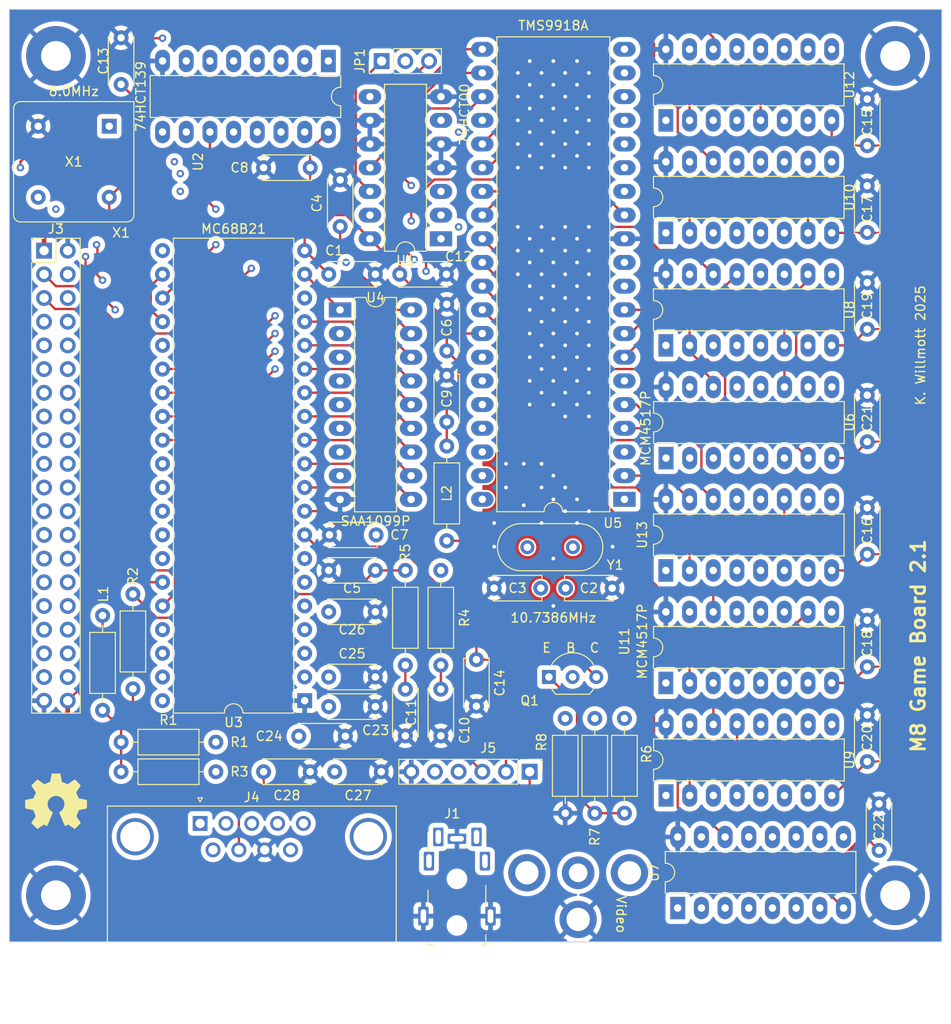
<source format=kicad_pcb>
(kicad_pcb (version 20240108) (generator "pcbnew") (generator_version "8.0")
  (title_block (date "2024-10-15"))
  (layers (0 "F.Cu" signal) (1 "In1.Cu" signal) (2 "In2.Cu" signal) (31 "B.Cu" signal) (34 "B.Paste" user) (35 "F.Paste" user) (36 "B.SilkS" user "B.Silkscreen") (37 "F.SilkS" user "F.Silkscreen") (38 "B.Mask" user) (39 "F.Mask" user) (44 "Edge.Cuts" user))
  (net 0 "")
  (net 1 "/AD7")
  (net 2 "/AD6")
  (net 3 "/AD5")
  (net 4 "/AD4")
  (net 5 "/AD3")
  (net 6 "/AD2")
  (net 7 "/AD1")
  (net 8 "/AD0")
  (net 9 "/RAS*")
  (net 10 "/CAS*")
  (net 11 "/Q7")
  (net 12 "/D0")
  (net 13 "/D1")
  (net 14 "GND")
  (net 15 "VDD")
  (net 16 "/D2")
  (net 17 "/D3")
  (net 18 "/D4")
  (net 19 "/D5")
  (net 20 "/D6")
  (net 21 "/Q6")
  (net 22 "/D7")
  (net 23 "/Q5")
  (net 24 "/Q4")
  (net 25 "/Q3")
  (net 26 "/Q2")
  (net 27 "/Q1")
  (net 28 "/Q0")
  (net 29 "/E")
  (net 30 "Net-(U5-XTAL1)")
  (net 31 "Net-(U5-XTAL2)")
  (net 32 "Net-(Q1-E)")
  (net 33 "Net-(U4-OUTL)")
  (net 34 "Net-(U4-OUTR)")
  (net 35 "/bus/A0")
  (net 36 "Net-(U4-Iref)")
  (net 37 "/~{IO}")
  (net 38 "/A3")
  (net 39 "/bus/RES")
  (net 40 "/A2")
  (net 41 "/bus/A1")
  (net 42 "COMVID")
  (net 43 "/B3")
  (net 44 "/B5")
  (net 45 "/B7")
  (net 46 "/B2")
  (net 47 "/R{slash}W*")
  (net 66 "/B1")
  (net 67 "INT*")
  (net 68 "Net-(Q1-C)")
  (net 69 "/B6")
  (net 70 "/B0")
  (net 71 "/B4")
  (net 72 "/R{slash}~{W}")
  (net 73 "/A4")
  (net 74 "~{PIAS}")
  (net 75 "Net-(U4-CLK)")
  (net 76 "/bus/A4")
  (net 77 "/~{VDPS}")
  (net 78 "Net-(JP1-B)")
  (net 79 "/Joystick/R")
  (net 80 "/Joystick/D")
  (net 81 "/Joystick/U")
  (net 82 "/Joystick/F")
  (net 83 "/Joystick/L")
  (net 84 "/Joystick/CA1")
  (net 85 "/Joystick/PA5")
  (net 86 "/Joystick/PA7")
  (net 87 "/Joystick/PA6")
  (net 88 "Net-(U4-VCC)")
  (net 89 "Net-(C10-Pad1)")
  (net 90 "Net-(C11-Pad1)")
  (net 93 "Net-(J2-In)")
  (net 114 "Net-(U2B-A1)")
  (net 119 "Net-(U2A-O2)")
  (net 121 "Net-(U2A-O3)")
  (net 123 "Net-(U3-CA2)")
  (net 124 "Net-(U3-CB1)")
  (net 125 "Net-(U3-CB2)")
  (footprint "Package_DIP:DIP-18_W7.62mm_LongPads" (layer "F.Cu") (at 110.465 82.23)
    (property "Reference" "U4")
    (property "Value" "SAA1099P")
  )
  (footprint "Library:RCA jack" (layer "F.Cu") (at 136 147.585 -90)
    (property "Reference" "J2")
    (property "Value" "Video Out")
  )
  (footprint "MountingHole:MountingHole_3.2mm_M3_Pad" (layer "F.Cu") (at 170 55)
    (property "Reference" "H4" (hide yes))
    (property "Value" "MountingHole_Pad" (hide yes))
  )
  (footprint "Capacitor_THT:C_Disc_D5.0mm_W2.5mm_P5.00mm" (layer "F.Cu") (at 107.265 66.98 180)
    (property "Reference" "C8")
    (property "Value" "100nF")
  )
  (footprint "Capacitor_THT:C_Disc_D5.0mm_W2.5mm_P5.00mm" (layer "F.Cu") (at 106.035 127.94)
    (property "Reference" "C24")
    (property "Value" "1000pF")
  )
  (footprint "Capacitor_THT:C_Disc_D5.0mm_W2.5mm_P5.00mm" (layer "F.Cu") (at 102.265 131.75)
    (property "Reference" "C28")
    (property "Value" "100nF")
  )
  (footprint "Connector_Dsub:DSUB-9_Male_Horizontal_P2.77x2.84mm_EdgePinOffset9.90mm_Housed_MountingHolesOffset11.32mm" (layer "F.Cu") (at 95.46 137.292)
    (property "Reference" "J4")
    (property "Value" "DE9_Plug")
  )
  (footprint "Capacitor_THT:C_Disc_D5.0mm_W2.5mm_P5.00mm" (layer "F.Cu") (at 167 130.66 90)
    (property "Reference" "C20")
    (property "Value" "110n")
  )
  (footprint "Capacitor_THT:C_Disc_D5.0mm_W2.5mm_P5.00mm" (layer "F.Cu") (at 114.25 110.16 180)
    (property "Reference" "C5")
    (property "Value" "15nF")
  )
  (footprint "Package_DIP:DIP-16_W7.62mm_LongPads" (layer "F.Cu") (at 145.405 86.0375 90)
    (property "Reference" "U8")
    (property "Value" "MCM4517P")
  )
  (footprint "Capacitor_THT:C_Disc_D5.0mm_W2.5mm_P5.00mm" (layer "F.Cu") (at 121.275 122.9 -90)
    (property "Reference" "C10")
    (property "Value" "15nF")
  )
  (footprint "Capacitor_THT:C_Disc_D5.0mm_W2.5mm_P5.00mm" (layer "F.Cu") (at 167 64.62 90)
    (property "Reference" "C15")
    (property "Value" "100n")
  )
  (footprint "Capacitor_THT:C_Disc_D5.0mm_W2.5mm_P5.00mm" (layer "F.Cu") (at 109.25 114.605)
    (property "Reference" "C26")
    (property "Value" "1000pF")
  )
  (footprint "MountingHole:MountingHole_3.2mm_M3_Pad" (layer "F.Cu") (at 170 145)
    (property "Reference" "H2" (hide yes))
    (property "Value" "MountingHole_Pad" (hide yes))
  )
  (footprint "Resistor_THT:R_Axial_DIN0207_L6.3mm_D2.5mm_P10.16mm_Horizontal" (layer "F.Cu") (at 134.61 126.035 -90)
    (property "Reference" "R8")
    (property "Value" "330R")
  )
  (footprint "Capacitor_THT:C_Disc_D5.0mm_W2.5mm_P5.00mm" (layer "F.Cu") (at 110.48 73.29 90)
    (property "Reference" "C4")
    (property "Value" "10uF")
  )
  (footprint "Connector_PinHeader_2.54mm:PinHeader_1x06_P2.54mm_Vertical" (layer "F.Cu") (at 130.8 131.75 -90)
    (property "Reference" "J5")
    (property "Value" "Conn_01x06_Pin")
  )
  (footprint "Capacitor_THT:C_Disc_D5.0mm_W2.5mm_P5.00mm" (layer "F.Cu") (at 114.33 106.35 180)
    (property "Reference" "C7")
    (property "Value" "15nF")
  )
  (footprint "Capacitor_THT:C_Disc_D5.0mm_W2.5mm_P5.00mm" (layer "F.Cu") (at 121.91 86.625 90)
    (property "Reference" "C6")
    (property "Value" "100nF")
  )
  (footprint "Package_DIP:DIP-16_W7.62mm_LongPads" (layer "F.Cu") (at 145.42 134.2975 90)
    (property "Reference" "U9")
    (property "Value" "MCM4517P")
  )
  (footprint "Resistor_THT:R_Axial_DIN0207_L6.3mm_D2.5mm_P10.16mm_Horizontal" (layer "F.Cu") (at 117.465 120.32 90)
    (property "Reference" "R5")
    (property "Value" "1.5k")
  )
  (footprint "Capacitor_THT:C_Disc_D5.0mm_W2.5mm_P5.00mm" (layer "F.Cu") (at 134.65 112.065)
    (property "Reference" "C2")
    (property "Value" "30pF")
  )
  (footprint "Package_DIP:DIP-40_W15.24mm" (layer "F.Cu") (at 106.67 124.13 180)
    (property "Reference" "U3")
    (property "Value" "MC68B21")
  )
  (footprint "Package_DIP:DIP-14_W7.62mm_LongPads" (layer "F.Cu") (at 121.29 74.605 180)
    (property "Reference" "U1")
    (property "Value" "74HCT00")
  )
  (footprint "Package_DIP:DIP-16_W7.62mm_LongPads" (layer "F.Cu") (at 146.675 146.3625 90)
    (property "Reference" "U7")
    (property "Value" "MCM4517P")
  )
  (footprint "Resistor_THT:R_Axial_DIN0207_L6.3mm_D2.5mm_P10.16mm_Horizontal" (layer "F.Cu") (at 121.91 96.825 -90)
    (property "Reference" "L2")
    (property "Value" "10uH")
  )
  (footprint "Package_DIP:DIP-40_W15.24mm_LongPads" (layer "F.Cu") (at 140.96 102.54 180)
    (property "Reference" "U5")
    (property "Value" "TMS9918A")
  )
  (footprint "Capacitor_THT:C_Disc_D5.0mm_W2.5mm_P5.00mm" (layer "F.Cu") (at 121.91 94.245 90)
    (property "Reference" "C9")
    (property "Value" "10uF")
  )
  (footprint "Capacitor_THT:C_Disc_D5.0mm_W2.5mm_P5.00mm" (layer "F.Cu") (at 167 84.305 90)
    (property "Reference" "C19")
    (property "Value" "100n")
  )
  (footprint "Package_DIP:DIP-16_W7.62mm_LongPads" (layer "F.Cu") (at 109.21 55.535 -90)
    (property "Reference" "U2")
    (property "Value" "74HCT139")
  )
  (footprint "Package_DIP:DIP-16_W7.62mm_LongPads" (layer "F.Cu") (at 145.405 61.9075 90)
    (property "Reference" "U12")
    (property "Value" "MCM4517P")
  )
  (footprint "Capacitor_THT:C_Disc_D5.0mm_W2.5mm_P5.00mm" (layer "F.Cu") (at 167 120.5 90)
    (property "Reference" "C18")
    (property "Value" "100n")
  )
  (footprint "Resistor_THT:R_Axial_DIN0207_L6.3mm_D2.5mm_P10.16mm_Horizontal" (layer "F.Cu") (at 121.275 120.32 90)
    (property "Reference" "R4")
    (property "Value" "1.5k")
  )
  (footprint "Resistor_THT:R_Axial_DIN0207_L6.3mm_D2.5mm_P10.16mm_Horizontal" (layer "F.Cu") (at 85 115 -90)
    (property "Reference" "L1")
    (property "Value" "10uH")
  )
  (footprint "Capacitor_THT:C_Disc_D5.0mm_W2.5mm_P5.00mm" (layer "F.Cu") (at 109.25 124.765)
    (property "Reference" "C23")
    (property "Value" "1000pF")
  )
  (footprint "Capacitor_THT:C_Disc_D5.0mm_W2.5mm_P5.00mm" (layer "F.Cu") (at 116.87 78.41)
    (property "Reference" "C12")
    (property "Value" "100nF")
  )
  (footprint "Capacitor_THT:C_Disc_D5.0mm_W2.5mm_P5.00mm" (layer "F.Cu") (at 131.99 112.065 180)
    (property "Reference" "C3")
    (property "Value" "30pF")
  )
  (footprint "Capacitor_THT:C_Disc_D5.0mm_W2.5mm_P5.00mm" (layer "F.Cu") (at 167 96.37 90)
    (property "Reference" "C21")
    (property "Value" "100n")
  )
  (footprint "Resistor_THT:R_Axial_DIN0207_L6.3mm_D2.5mm_P10.16mm_Horizontal" (layer "F.Cu") (at 86.985 131.75)
    (property "Reference" "R3")
    (property "Value" "1.5k")
  )
  (footprint "Resistor_THT:R_Axial_DIN0207_L6.3mm_D2.5mm_P10.16mm_Horizontal" (layer "F.Cu") (at 88.255 122.86 90)
    (property "Reference" "R2")
    (property "Value" "1.5k")
  )
  (footprint "Resistor_THT:R_Axial_DIN0207_L6.3mm_D2.5mm_P10.16mm_Horizontal" (layer "F.Cu") (at 137.785 126.035 -90)
    (property "Reference" "R7")
    (property "Value" "33R")
  )
  (footprint "MountingHole:MountingHole_3.2mm_M3_Pad" (layer "F.Cu") (at 80 145)
    (property "Reference" "H3" (hide yes))
    (property "Value" "MountingHole_Pad" (hide yes))
  )
  (footprint "Resistor_THT:R_Axial_DIN0207_L6.3mm_D2.5mm_P10.16mm_Horizontal" (layer "F.Cu") (at 140.96 126.035 -90)
    (property "Reference" "R6")
    (property "Value" "10k")
  )
  (footprint "Capacitor_THT:C_Disc_D5.0mm_W2.5mm_P5.00mm" (layer "F.Cu") (at 167 108.435 90)
    (property "Reference" "C16")
    (property "Value" "100n")
  )
  (footprint "Connector_PinHeader_2.54mm:PinHeader_1x03_P2.54mm_Vertical" (layer "F.Cu") (at 114.925 55.55 90)
    (property "Reference" "JP1")
    (property "Value" "Jumper_3_Bridged12" (hide yes))
  )
  (footprint "Capacitor_THT:C_Disc_D5.0mm_W2.5mm_P5.00mm" (layer "F.Cu") (at 109.25 78.41)
    (property "Reference" "C1")
    (property "Value" "100nF")
  )
  (footprint "Capacitor_THT:C_Disc_D5.0mm_W2.5mm_P5.00mm" (layer "F.Cu") (at 109.885 131.75)
    (property "Reference" "C27")
    (property "Value" "1000pF")
  )
  (footprint "Resistor_THT:R_Axial_DIN0207_L6.3mm_D2.5mm_P10.16mm_Horizontal" (layer "F.Cu") (at 86.985 128.575)
    (property "Reference" "R1")
    (property "Value" "10k")
  )
  (footprint "MountingHole:MountingHole_3.2mm_M3_Pad" (layer "F.Cu") (at 80 55)
    (property "Reference" "H1" (hide yes))
    (property "Value" "MountingHole_Pad" (hide yes))
  )
  (footprint "Package_DIP:DIP-16_W7.62mm_LongPads" (layer "F.Cu") (at 145.405 110.1675 90)
    (property "Reference" "U13")
    (property "Value" "MCM4517P")
  )
  (footprint "Oscillator:Oscillator_DIP-8" (layer "F.Cu") (at 85.715 62.535 180)
    (property "Reference" "X1")
    (property "Value" "8.0MHz")
  )
  (footprint "Package_DIP:DIP-16_W7.62mm_LongPads" (layer "F.Cu") (at 145.405 122.2325 90)
    (property "Reference" "U11")
    (property "Value" "MCM4517P")
  )
  (footprint "Package_DIP:DIP-16_W7.62mm_LongPads" (layer "F.Cu") (at 145.405 73.9725 90)
    (property "Reference" "U10")
    (property "Value" "MCM4517P")
  )
  (footprint "Library:Jack_3.5mm_CUI_SJ3-350113A-SMT_Horizontal" (layer "F.Cu") (at 123 144.235 180)
    (property "Reference" "J1")
    (property "Value" "AudioJack3_Ground_SwitchTR" (hide yes))
  )
  (footprint "Capacitor_THT:C_Disc_D5.0mm_W2.5mm_P5.00mm" (layer "F.Cu") (at 117.465 122.9 -90)
    (property "Reference" "C11")
    (property "Value" "15nF")
  )
  (footprint "Symbol:OSHW-Symbol_6.7x6mm_SilkScreen" (layer "F.Cu") (at 80 134.925)
    (property "Reference" "REF**" (hide yes))
    (property "Value" "OSHW-Symbol_6.7x6mm_SilkScreen" (hide yes))
  )
  (footprint "Crystal:Crystal_HC49-U_Vertical" (layer "F.Cu") (at 135.435 107.675 180)
    (property "Reference" "Y1")
    (property "Value" "10.7386MHz")
  )
  (footprint "Connector_PinHeader_2.54mm:PinHeader_2x20_P2.54mm_Vertical" (layer "F.Cu") (at 78.725 75.875)
    (property "Reference" "J3")
    (property "Value" "Conn_02x20_Odd_Even" (hide yes))
  )
  (footprint "Capacitor_THT:C_Disc_D5.0mm_W2.5mm_P5.00mm" (layer "F.Cu") (at 109.25 121.59)
    (property "Reference" "C25")
    (property "Value" "1000pF")
  )
  (footprint "Capacitor_THT:C_Disc_D5.0mm_W2.5mm_P5.00mm" (layer "F.Cu") (at 168.265 140.185 90)
    (property "Reference" "C22")
    (property "Value" "100n")
  )
  (footprint "Capacitor_THT:C_Disc_D5.0mm_W2.5mm_P5.00mm" (layer "F.Cu") (at 125.085 119.725 -90)
    (property "Reference" "C14")
    (property "Value" "10uF")
  )
  (footprint "Capacitor_THT:C_Disc_D5.0mm_W2.5mm_P5.00mm" (layer "F.Cu") (at 86.985 58.05 90)
    (property "Reference" "C13")
    (property "Value" "100nF")
  )
  (footprint "Package_DIP:DIP-16_W7.62mm_LongPads" (layer "F.Cu") (at 145.42 98.1175 90)
    (property "Reference" "U6")
    (property "Value" "MCM4517P")
  )
  (footprint "Capacitor_THT:C_Disc_D5.0mm_W2.5mm_P5.00mm" (layer "F.Cu") (at 166.995 73.925 90)
    (property "Reference" "C17")
    (property "Value" "100n")
  )
  (footprint "Package_TO_SOT_THT:TO-92_Inline_Wide" (layer "F.Cu") (at 132.862005 121.59)
    (property "Reference" "Q1")
    (property "Value" "2N2222A")
  )
  (gr_line (start 76.19 73.33) (end 76.19 126.67) (stroke (width 1)) (layer "F.Cu") (net 15))
  (gr_rect (start 75 50) (end 175 150) (stroke (width 0.1)) (fill none) (layer "Edge.Cuts"))
  (gr_text "C" (at 137.15 119.05 0) (layer "F.SilkS") (effects (font (size 1 1)) (justify left bottom)))
  (gr_text "M8 Game Board 2.1" (at 173.345 129.845 90) (layer "F.SilkS") (effects (font (size 1.5 1.5) (thickness 0.3) (bold yes)) (justify left bottom)))
  (gr_text "E" (at 132.07 119.05 0) (layer "F.SilkS") (effects (font (size 1 1)) (justify left bottom)))
  (gr_text "K. Willmott 2025" (at 172.71 86.03 90) (layer "F.SilkS") (effects (font (size 1 1))))
  (gr_text "B" (at 134.61 119.05 0) (layer "F.SilkS") (effects (font (size 1 1)) (justify left bottom)))
  (gr_text "Video" (at 140.605 147.045 -90) (layer "F.SilkS") (effects (font (size 1 1))))
  (segment (start 147.945 60.0025) (end 148.5875 59.36) (width 0.25) (layer "F.Cu") (net 1))
  (segment (start 148.5875 59.36) (end 154.8925 59.36) (width 0.25) (layer "F.Cu") (net 1))
  (segment (start 155.565 60.0325) (end 155.565 61.9375) (width 0.25) (layer "F.Cu") (net 1))
  (segment (start 147.945 61.9375) (end 147.945 60.0025) (width 0.25) (layer "F.Cu") (net 1))
  (segment (start 154.8925 59.36) (end 155.565 60.0325) (width 0.25) (layer "F.Cu") (net 1))
  (segment (start 148.5575 71.425) (end 160.0025 71.425) (width 0.25) (layer "F.Cu") (net 2))
  (segment (start 157.4625 94.92) (end 160.66 98.1175) (width 0.25) (layer "F.Cu") (net 2))
  (segment (start 140.96 94.92) (end 140.965 94.925) (width 0.25) (layer "F.Cu") (net 2))
  (segment (start 147.945 73.9725) (end 147.945 72.0375) (width 0.25) (layer "F.Cu") (net 2))
  (segment (start 160.645 72.0675) (end 160.645 73.9725) (width 0.25) (layer "F.Cu") (net 2))
  (segment (start 140.96 94.92) (end 157.4625 94.92) (width 0.25) (layer "F.Cu") (net 2))
  (segment (start 160.0025 71.425) (end 160.645 72.0675) (width 0.25) (layer "F.Cu") (net 2))
  (segment (start 147.945 72.0375) (end 148.5575 71.425) (width 0.25) (layer "F.Cu") (net 2))
  (segment (start 156.82 82.8475) (end 158.105 84.1325) (width 0.25) (layer "F.Cu") (net 3))
  (segment (start 142.865 93.0225) (end 150.326609 93.0225) (width 0.25) (layer "F.Cu") (net 3))
  (segment (start 140.96 92.38) (end 142.245 92.38) (width 0.25) (layer "F.Cu") (net 3))
  (segment (start 149.35875 82.8475) (end 156.82 82.8475) (width 0.25) (layer "F.Cu") (net 3))
  (segment (start 149.85 87.56202) (end 148.83452 87.56202) (width 0.25) (layer "F.Cu") (net 3))
  (segment (start 151.755 89.46702) (end 149.85 87.56202) (width 0.25) (layer "F.Cu") (net 3))
  (segment (start 158.105 84.1325) (end 158.105 86.0375) (width 0.25) (layer "F.Cu") (net 3))
  (segment (start 147.945 86.6725) (end 147.945 86.0375) (width 0.25) (layer "F.Cu") (net 3))
  (segment (start 147.945 86.0375) (end 147.945 84.26125) (width 0.25) (layer "F.Cu") (net 3))
  (segment (start 142.245 92.38) (end 142.885 93.02) (width 0.25) (layer "F.Cu") (net 3))
  (segment (start 148.83452 87.56202) (end 147.945 86.6725) (width 0.25) (layer "F.Cu") (net 3))
  (segment (start 151.755 91.594109) (end 151.755 89.46702) (width 0.25) (layer "F.Cu") (net 3))
  (segment (start 150.326609 93.0225) (end 151.755 91.594109) (width 0.25) (layer "F.Cu") (net 3))
  (segment (start 147.945 84.26125) (end 149.35875 82.8475) (width 0.25) (layer "F.Cu") (net 3))
  (segment (start 156.82 106.3425) (end 158.105 105.0575) (width 0.25) (layer "F.Cu") (net 5))
  (segment (start 147.945 108.2325) (end 149.835 106.3425) (width 0.25) (layer "F.Cu") (net 5))
  (segment (start 146.65 81.61) (end 140.96 87.3) (width 0.25) (layer "F.Cu") (net 5))
  (segment (start 158.12 90.4975) (end 158.12 88.555) (width 0.25) (layer "F.Cu") (net 5))
  (segment (start 146.65 81.5925) (end 146.65 81.61) (width 0.25) (layer "F.Cu") (net 5))
  (segment (start 158.105 81.5925) (end 146.65 81.5925) (width 0.25) (layer "F.Cu") (net 5))
  (segment (start 147.945 110.1675) (end 147.945 108.2325) (width 0.25) (layer "F.Cu") (net 5))
  (segment (start 158.105 105.0575) (end 158.105 102.5475) (width 0.25) (layer "F.Cu") (net 5))
  (segment (start 149.835 106.3425) (end 156.82 106.3425) (width 0.25) (layer "F.Cu") (net 5))
  (segment (start 159.375 87.3) (end 159.375 82.8625) (width 0.25) (layer "F.Cu") (net 5))
  (segment (start 158.12 88.555) (end 159.375 87.3) (width 0.25) (layer "F.Cu") (net 5))
  (segment (start 159.375 82.8625) (end 158.105 81.5925) (width 0.25) (layer "F.Cu") (net 5))
  (segment (start 147.945 120.2975) (end 150.47 117.7725) (width 0.25) (layer "F.Cu") (net 6))
  (segment (start 158.74 80.9575) (end 160.645 79.0525) (width 0.25) (layer "F.Cu") (net 6))
  (segment (start 145.405 80.9575) (end 158.74 80.9575) (width 0.25) (layer "F.Cu") (net 6))
  (segment (start 160.645 79.0525) (end 160.645 78.4175) (width 0.25) (layer "F.Cu") (net 6))
  (segment (start 150.47 117.7725) (end 157.485 117.7725) (width 0.25) (layer "F.Cu") (net 6))
  (segment (start 157.485 117.7725) (end 160.645 114.6125) (width 0.25) (layer "F.Cu") (net 6))
  (segment (start 140.96 84.76) (end 141.62 84.76) (width 0.25) (layer "F.Cu") (net 6))
  (segment (start 141.6025 84.76) (end 140.96 84.76) (width 0.25) (layer "F.Cu") (net 6))
  (segment (start 145.405 80.9575) (end 141.6025 84.76) (width 0.25) (layer "F.Cu") (net 6))
  (segment (start 147.945 122.2325) (end 147.945 120.2975) (width 0.25) (layer "F.Cu") (net 6))
  (segment (start 147.96 132.3775) (end 149.85 130.4875) (width 0.25) (layer "F.Cu") (net 7))
  (segment (start 149.85 130.4875) (end 151.755 130.4875) (width 0.25) (layer "F.Cu") (net 7))
  (segment (start 142.87 82.2225) (end 144.77 80.3225) (width 0.25) (layer "F.Cu") (net 7))
  (segment (start 147.96 134.3125) (end 147.96 132.3775) (width 0.25) (layer "F.Cu") (net 7))
  (segment (start 153.04 129.2025) (end 153.04 126.6925) (width 0.25) (layer "F.Cu") (net 7))
  (segment (start 140.96 82.22) (end 142.89 82.22) (width 0.25) (layer "F.Cu") (net 7))
  (segment (start 151.12 80.3225) (end 153.025 78.4175) (width 0.25) (layer "F.Cu") (net 7))
  (segment (start 151.755 130.4875) (end 153.04 129.2025) (width 0.25) (layer "F.Cu") (net 7))
  (segment (start 144.77 80.3225) (end 151.12 80.3225) (width 0.25) (layer "F.Cu") (net 7))
  (segment (start 140.96 79.68) (end 140.955 79.685) (width 0.25) (layer "F.Cu") (net 8))
  (segment (start 142.86 100.0025) (end 142.8625 100) (width 0.25) (layer "F.Cu") (net 10))
  (segment (start 145.3975 100) (end 147.945 102.5475) (width 0.25) (layer "F.Cu") (net 10))
  (segment (start 140.96 100) (end 142.88 100) (width 0.25) (layer "F.Cu") (net 10))
  (segment (start 142.8625 100) (end 145.3975 100) (width 0.25) (layer "F.Cu") (net 10))
  (segment (start 150.485 53.01) (end 149.215 51.74) (width 0.25) (layer "F.Cu") (net 11))
  (segment (start 150.485 54.2875) (end 150.485 53.01) (width 0.25) (layer "F.Cu") (net 11))
  (segment (start 127.625 62.535) (end 125.72 64.44) (width 0.25) (layer "F.Cu") (net 11))
  (segment (start 149.215 51.74) (end 129.53 51.74) (width 0.25) (layer "F.Cu") (net 11))
  (segment (start 129.53 51.74) (end 127.625 53.645) (width 0.25) (layer "F.Cu") (net 11))
  (segment (start 127.625 53.645) (end 127.625 62.535) (width 0.25) (layer "F.Cu") (net 11))
  (segment (start 81.265 78.415) (end 81.275 78.415) (width 0.25) (layer "F.Cu") (net 12))
  (segment (start 81.265 80.955) (end 81.275 80.955) (width 0.25) (layer "F.Cu") (net 13))
  (segment (start 76.19 66.345) (end 76.19 66.98) (width 0.25) (layer "F.Cu") (net 13))
  (segment (start 89.435 53.1) (end 76.19 66.345) (width 0.25) (layer "F.Cu") (net 13))
  (segment (start 91.43 53.1) (end 89.435 53.1) (width 0.25) (layer "F.Cu") (net 13))
  (via (at 76.19 66.98) (size 0.8) (drill 0.4) (layers "F.Cu" "B.Cu") (net 13))
  (via (at 91.43 53.1) (size 0.8) (drill 0.4) (layers "F.Cu" "B.Cu") (net 13))
  (via (at 135.88 105.08) (size 0.8) (drill 0.4) (layers "F.Cu" "B.Cu") (net 14))
  (via (at 126.99 107.62) (size 0.8) (drill 0.4) (layers "F.Cu" "B.Cu") (net 14))
  (via (at 130.165 98.73) (size 0.8) (drill 0.4) (layers "F.Cu" "B.Cu") (net 14))
  (via (at 137.15 61.9) (size 0.8) (drill 0.4) (layers "F.Cu" "B.Cu") (net 14))
  (via (at 137.15 86.03) (size 0.8) (drill 0.4) (layers "F.Cu" "B.Cu") (net 14))
  (via (at 129.53 66.98) (size 0.8) (drill 0.4) (layers "F.Cu" "B.Cu") (net 14))
  (via (at 135.88 74.6) (size 0.8) (drill 0.4) (layers "F.Cu" "B.Cu") (net 14))
  (via (at 128.26 101.27) (size 0.8) (drill 0.4) (layers "F.Cu" "B.Cu") (net 14))
  (via (at 133.34 108.89) (size 0.8) (drill 0.4) (layers "F.Cu" "B.Cu") (net 14))
  (via (at 135.88 77.14) (size 0.8) (drill 0.4) (layers "F.Cu" "B.Cu") (net 14))
  (via (at 137.15 103.81) (size 0.8) (drill 0.4) (layers "F.Cu" "B.Cu") (net 14))
  (via (at 135.88 102.54) (size 0.8) (drill 0.4) (layers "F.Cu" "B.Cu") (net 14))
  (via (at 137.15 56.82) (size 0.8) (drill 0.4) (layers "F.Cu" "B.Cu") (net 14))
  (via (at 132.07 75.87) (size 0.8) (drill 0.4) (layers "F.Cu" "B.Cu") (net 14))
  (via (at 135.88 87.3) (size 0.8) (drill 0.4) (layers "F.Cu" "B.Cu") (net 14))
  (via (at 132.07 98.73) (size 0.8) (drill 0.4) (layers "F.Cu" "B.Cu") (net 14))
  (via (at 133.34 63.17) (size 0.8) (drill 0.4) (layers "F.Cu" "B.Cu") (net 14))
  (via (at 135.88 55.55) (size 0.8) (drill 0.4) (layers "F.Cu" "B.Cu") (net 14))
  (via (at 134.61 91.11) (size 0.8) (drill 0.4) (layers "F.Cu" "B.Cu") (net 14))
  (via (at 134.61 59.36) (size 0.8) (drill 0.4) (layers "F.Cu" "B.Cu") (net 14))
  (via (at 132.07 56.82) (size 0.8) (drill 0.4) (layers "F.Cu" "B.Cu") (net 14))
  (via (at 135.88 79.68) (size 0.8) (drill 0.4) (layers "F.Cu" "B.Cu") (net 14))
  (via (at 133.34 84.76) (size 0.8) (drill 0.4) (layers "F.Cu" "B.Cu") (net 14))
  (via (at 130.8 82.22) (size 0.8) (drill 0.4) (layers "F.Cu" "B.Cu") (net 14))
  (via (at 132.07 61.9) (size 0.8) (drill 0.4) (layers "F.Cu" "B.Cu") (net 14))
  (via (at 134.61 66.98) (size 0.8) (drill 0.4) (layers "F.Cu" "B.Cu") (net 14))
  (via (at 133.34 102.54) (size 0.8) (drill 0.4) (layers "F.Cu" "B.Cu") (net 14))
  (via (at 137.15 93.65) (size 0.8) (drill 0.4) (layers "F.Cu" "B.Cu") (net 14))
  (via (at 135.88 82.22) (size 0.8) (drill 0.4) (layers "F.Cu" "B.Cu") (net 14))
  (via (at 137.15 64.44) (size 0.8) (drill 0.4) (layers "F.Cu" "B.Cu") (net 14))
  (via (at 130.8 63.17) (size 0.8) (drill 0.4) (layers "F.Cu" "B.Cu") (net 14))
  (via (at 135.88 58.09) (size 0.8) (drill 0.4) (layers "F.Cu" "B.Cu") (net 14))
  (via (at 133.34 58.09) (size 0.8) (drill 0.4) (layers "F.Cu" "B.Cu") (net 14))
  (via (at 132.07 83.49) (size 0.8) (drill 0.4) (layers "F.Cu" "B.Cu") (net 14))
  (via (at 135.88 89.84) (size 0.8) (drill 0.4) (layers "F.Cu" "B.Cu") (net 14))
  (via (at 129.53 75.87) (size 0.8) (drill 0.4) (layers "F.Cu" "B.Cu") (net 14))
  (via (at 135.88 65.71) (size 0.8) (drill 0.4) (layers "F.Cu" "B.Cu") (net 14))
  (via (at 139.69 107.62) (size 0.8) (drill 0.4) (layers "F.Cu" "B.Cu") (net 14))
  (via (at 129.53 61.9) (size 0.8) (drill 0.4) (layers "F.Cu" "B.Cu") (net 14))
  (via (at 135.88 84.76) (size 0.8) (drill 0.4) (layers "F.Cu" "B.Cu") (net 14))
  (via (at 137.15 83.49) (size 0.8) (drill 0.4) (layers "F.Cu" "B.Cu") (net 14))
  (via (at 137.15 80.95) (size 0.8) (drill 0.4) (layers "F.Cu" "B.Cu") (net 14))
  (via (at 130.8 65.71) (size 0.8) (drill 0.4) (layers "F.Cu" "B.Cu") (net 14))
  (via (at 134.61 88.57) (size 0.8) (drill 0.4) (layers "F.Cu" "B.Cu") (net 14))
  (via (at 129.53 78.41) (size 0.8) (drill 0.4) (layers "F.Cu" "B.Cu") (net 14))
  (via (at 134.61 93.65) (size 0.8) (drill 0.4) (layers "F.Cu" "B.Cu") (net 14))
  (via (at 133.34 65.71) (size 0.8) (drill 0.4) (layers "F.Cu" "B.Cu") (net 14))
  (via (at 130.8 74.6) (size 0.8) (drill 0.4) (layers "F.Cu" "B.Cu") (net 14))
  (via (at 135.88 92.38) (size 0.8) (drill 0.4) (layers "F.Cu" "B.Cu") (net 14))
  (via (at 133.34 87.3) (size 0.8) (drill 0.4) (layers "F.Cu" "B.Cu") (net 14))
  (via (at 133.34 100) (size 0.8) (drill 0.4) (layers "F.Cu" "B.Cu") (net 14))
  (via (at 134.61 64.44) (size 0.8) (drill 0.4) (layers "F.Cu" "B.Cu") (net 14))
  (via (at 133.34 74.6) (size 0.8) (drill 0.4) (layers "F.Cu" "B.Cu") (net 14))
  (via (at 134.61 101.27) (size 0.8) (drill 0.4) (layers "F.Cu" "B.Cu") (net 14))
  (via (at 133.34 89.84) (size 0.8) (drill 0.4) (layers "F.Cu" "B.Cu") (net 14))
  (via (at 132.07 64.44) (size 0.8) (drill 0.4) (layers "F.Cu" "B.Cu") (net 14))
  (via (at 134.61 80.95) (size 0.8) (drill 0.4) (layers "F.Cu" "B.Cu") (net 14))
  (via (at 126.99 105.08) (size 0.8) (drill 0.4) (layers "F.Cu" "B.Cu") (net 14))
  (via (at 128.26 98.73) (size 0.8) (drill 0.4) (layers "F.Cu" "B.Cu") (net 14))
  (via (at 137.15 66.98) (size 0.8) (drill 0.4) (layers "F.Cu" "B.Cu") (net 14))
  (via (at 129.53 73.33) (size 0.8) (drill 0.4) (layers "F.Cu" "B.Cu") (net 14))
  (via (at 132.07 98.73) (size 0.8) (drill 0.4) (layers "F.Cu" "B.Cu") (net 14))
  (via (at 130.8 84.76) (size 0.8) (drill 0.4) (layers "F.Cu" "B.Cu") (net 14))
  (via (at 137.15 91.11) (size 0.8) (drill 0.4) (layers "F.Cu" "B.Cu") (net 14))
  (via (at 129.53 59.36) (size 0.8) (drill 0.4) (layers "F.Cu" "B.Cu") (net 14))
  (via (at 130.8 79.68) (size 0.8) (drill 0.4) (layers "F.Cu" "B.Cu") (net 14))
  (via (at 132.07 78.41) (size 0.8) (drill 0.4) (layers "F.Cu" "B.Cu") (net 14))
  (via (at 130.8 87.3) (size 0.8) (drill 0.4) (layers "F.Cu" "B.Cu") (net 14))
  (via (at 135.88 63.17) (size 0.8) (drill 0.4) (layers "F.Cu" "B.Cu") (net 14))
  (via (at 130.8 58.09) (size 0.8) (drill 0.4) (layers "F.Cu" "B.Cu") (net 14))
  (via (at 134.61 78.41) (size 0.8) (drill 0.4) (layers "F.Cu" "B.Cu") (net 14))
  (via (at 132.07 86.03) (size 0.8) (drill 0.4) (layers "F.Cu" "B.Cu") (net 14))
  (via (at 130.8 55.55) (size 0.8) (drill 0.4) (layers "F.Cu" "B.Cu") (net 14))
  (via (at 133.34 60.63) (size 0.8) (drill 0.4) (layers "F.Cu" "B.Cu") (net 14))
  (via (at 130.8 60.63) (size 0.8) (drill 0.4) (layers "F.Cu" "B.Cu") (net 14))
  (via (at 132.07 91.11) (size 0.8) (drill 0.4) (layers "F.Cu" "B.Cu") (net 14))
  (via (at 133.34 55.55) (size 0.8) (drill 0.4) (layers "F.Cu" "B.Cu") (net 14))
  (via (at 134.61 75.87) (size 0.8) (drill 0.4) (layers "F.Cu" "B.Cu") (net 14))
  (via (at 130.8 92.38) (size 0.8) (drill 0.4) (layers "F.Cu" "B.Cu") (net 14))
  (via (at 133.34 113.97) (size 0.8) (drill 0.4) (layers "F.Cu" "B.Cu") (net 14))
  (via (at 137.15 88.57) (size 0.8) (drill 0.4) (layers "F.Cu" "B.Cu") (net 14))
  (via (at 130.8 89.84) (size 0.8) (drill 0.4) (layers "F.Cu" "B.Cu") (net 14))
  (via (at 134.61 61.9) (size 0.8) (drill 0.4) (layers "F.Cu" "B.Cu") (net 14))
  (via (at 132.07 80.95) (size 0.8) (drill 0.4) (layers "F.Cu" "B.Cu") (net 14))
  (via (at 132.07 101.27) (size 0.8) (drill 0.4) (layers "F.Cu" "B.Cu") (net 14))
  (via (at 137.15 59.36) (size 0.8) (drill 0.4) (layers "F.Cu" "B.Cu") (net 14))
  (via (at 132.07 73.33) (size 0.8) (drill 0.4) (layers "F.Cu" "B.Cu") (net 14))
  (via (at 133.34 92.38) (size 0.8) (drill 0.4) (layers "F.Cu" "B.Cu") (net 14))
  (via (at 134.61 86.03) (size 0.8) (drill 0.4) (layers "F.Cu" "B.Cu") (net 14))
  (via (at 132.07 88.57) (size 0.8) (drill 0.4) (layers "F.Cu" "B.Cu") (net 14))
  (via (at 137.15 75.87) (size 0.8) (drill 0.4) (layers "F.Cu" "B.Cu") (net 14))
  (via (at 129.53 56.82) (size 0.8) (drill 0.4) (layers "F.Cu" "B.Cu") (net 14))
  (via (at 133.34 77.14) (size 0.8) (drill 0.4) (layers "F.Cu" "B.Cu") (net 14))
  (via (at 130.165 103.175) (size 0.8) (drill 0.4) (layers "F.Cu" "B.Cu") (net 14))
  (via (at 137.15 78.41) (size 0.8) (drill 0.4) (layers "F.Cu" "B.Cu") (net 14))
  (via (at 132.07 66.98) (size 0.8) (drill 0.4) (layers "F.Cu" "B.Cu") (net 14))
  (via (at 134.61 83.49) (size 0.8) (drill 0.4) (layers "F.Cu" "B.Cu") (net 14))
  (via (at 133.34 82.22) (size 0.8) (drill 0.4) (layers "F.Cu" "B.Cu") (net 14))
  (via (at 135.88 60.63) (size 0.8) (drill 0.4) (layers "F.Cu" "B.Cu") (net 14))
  (via (at 129.53 64.44) (size 0.8) (drill 0.4) (layers "F.Cu" "B.Cu") (net 14))
  (via (at 134.61 103.81) (size 0.8) (drill 0.4) (layers "F.Cu" "B.Cu") (net 14))
  (via (at 134.61 73.33) (size 0.8) (drill 0.4) (layers "F.Cu" "B.Cu") (net 14))
  (via (at 137.15 73.33) (size 0.8) (drill 0.4) (layers "F.Cu" "B.Cu") (net 14))
  (via (at 130.8 77.14) (size 0.8) (drill 0.4) (layers "F.Cu" "B.Cu") (net 14))
  (via (at 132.07 105.08) (size 0.8) (drill 0.4) (layers "F.Cu" "B.Cu") (net 14))
  (via (at 133.34 79.68) (size 0.8) (drill 0.4) (layers "F.Cu" "B.Cu") (net 14))
  (via (at 132.07 59.36) (size 0.8) (drill 0.4) (layers "F.Cu" "B.Cu") (net 14))
  (via (at 134.61 56.82) (size 0.8) (drill 0.4) (layers "F.Cu" "B.Cu") (net 14))
  (segment (start 85.715 73.33) (end 89.525 73.33) (width 1) (layer "F.Cu") (net 15))
  (segment (start 116.195 75.87) (end 114.935 75.87) (width 0.25) (layer "F.Cu") (net 15))
  (segment (start 76.19 126.67) (end 80 126.67) (width 0.5) (layer "F.Cu") (net 15))
  (segment (start 169.99 64.62) (end 170.17 64.44) (width 0.25) (layer "F.Cu") (net 15))
  (segment (start 169.99 84.305) (end 170.17 84.125) (width 0.25) (layer "F.Cu") (net 15))
  (segment (start 165.2675 122.2325) (end 167 120.5) (width 0.25) (layer "F.Cu") (net 15))
  (segment (start 76.19 130.19) (end 76.19 126.67) (width 1) (layer "F.Cu") (net 15))
  (segment (start 130.8 134.29) (end 130.165 134.925) (width 0.25) (layer "F.Cu") (net 15))
  (segment (start 123.18 87.895) (end 123.18 90.435) (width 0.25) (layer "F.Cu") (net 15))
  (segment (start 163.185 142.545) (end 166.995 138.735) (width 1) (layer "F.Cu") (net 15))
  (segment (start 99.615 134.995) (end 99.685 134.925) (width 0.25) (layer "F.Cu") (net 15))
  (segment (start 170.17 84.125) (end 170.17 73.965) (width 1) (layer "F.Cu") (net 15))
  (segment (start 85.715 70.155) (end 88.255 67.615) (width 0.25) (layer "F.Cu") (net 15))
  (segment (start 168.9 137.465) (end 170.17 136.195) (width 1) (layer "F.Cu") (net 15))
  (segment (start 170.17 73.965) (end 170.17 64.44) (width 1) (layer "F.Cu") (net 15))
  (segment (start 91.43 83.49) (end 90.16 82.22) (width 0.25) (layer "F.Cu") (net 15))
  (segment (start 85 120.4) (end 81.265 124.135) (width 0.25) (layer "F.Cu") (net 15))
  (segment (start 163.185 110.1675) (end 165.2675 110.1675) (width 0.25) (layer "F.Cu") (net 15))
  (segment (start 163.185 142.545) (end 146.675 142.545) (width 1) (layer "F.Cu") (net 15))
  (segment (start 89.525 73.33) (end 106.67 73.33) (width 1) (layer "F.Cu") (net 15))
  (segment (start 107.265 66.305) (end 107.265 65.1) (width 0.25) (layer "F.Cu") (net 15))
  (segment (start 164.455 146.3625) (end 163.185 145.0925) (width 0.25) (layer "F.Cu") (net 15))
  (segment (start 121.91 84.125) (end 121.91 86.625) (width 0.25) (layer "F.Cu") (net 15))
  (segment (start 165.2675 86.0375) (end 167 84.305) (width 0.25) (layer "F.Cu") (net 15))
  (segment (start 167 130.66) (end 169.99 130.66) (width 0.25) (layer "F.Cu") (net 15))
  (segment (start 123.18 90.435) (end 121.91 91.705) (width 0.25) (layer "F.Cu") (net 15))
  (segment (start 134.61 139.37) (end 130.165 134.925) (width 1) (layer "F.Cu") (net 15))
  (segment (start 169.99 120.5) (end 170.17 120.32) (width 0.25) (layer "F.Cu") (net 15))
  (segment (start 164 64.62) (end 167 64.62) (width 0.25) (layer "F.Cu") (net 15))
  (segment (start 114.935 75.87) (end 113.67 74.605) (width 0.25) (layer "F.Cu") (net 15))
  (segment (start 107.94 73.33) (end 108.575 73.33) (width 0.25) (layer "F.Cu") (net 15))
  (segment (start 168.265 140.185) (end 166.995 138.915) (width 0.25) (layer "F.Cu") (net 15))
  (segment (start 168.265 137.465) (end 168.9 137.465) (width 1) (layer "F.Cu") (net 15))
  (segment (start 167 120.5) (end 169.99 120.5) (width 0.25) (layer "F.Cu") (net 15))
  (segment (start 165.2525 98.1175) (end 167 96.37) (width 0.25) (layer "F.Cu") (net 15))
  (segment (start 106.67 73.33) (end 107.94 73.33) (width 1) (layer "F.Cu") (net 15))
  (segment (start 99.685 134.925) (end 80.925 134.925) (width 1) (layer "F.Cu") (net 15))
  (segment (start 170.17 96.19) (end 170.17 84.125) (width 1) (layer "F.Cu") (net 15))
  (segment (start 78.725 73.335) (end 78.73 73.33) (width 0.25) (layer "F.Cu") (net 15))
  (segment (start 163.2 98.1175) (end 165.2525 98.1175) (width 0.25) (layer "F.Cu") (net 15))
  (segment (start 163.185 86.0375) (end 165.2675 86.0375) (width 0.25) (layer "F.Cu") (net 15))
  (segment (start 78.73 73.33) (end 85.715 73.33) (width 1) (layer "F.Cu") (net 15))
  (segment (start 80 126.67) (end 81.265 125.405) (width 0.5) (layer "F.Cu") (net 15))
  (segment (start 102.225 134.925) (end 99.685 134.925) (width 1) (layer "F.Cu") (net 15))
  (segment (start 143.5 139.37) (end 134.61 139.37) (width 1) (layer "F.Cu") (net 15))
  (segment (start 107.265 68.29) (end 106.67 68.885) (width 0.25) (layer "F.Cu") (net 15))
  (segment (start 170.17 108.255) (end 170.17 96.19) (width 1) (layer "F.Cu") (net 15))
  (segment (start 76.19 73.33) (end 78.73 73.33) (width 1) (layer "F.Cu") (net 15))
  (segment (start 90.16 79.68) (end 91.43 78.41) (width 0.25) (layer "F.Cu") (net 15))
  (segment (start 163.3625 134.2975) (end 163.2 134.2975) (width 0.25) (layer "F.Cu") (net 15))
  (segment (start 99.615 140.132) (end 99.615 134.995) (width 0.25) (layer "F.Cu") (net 15))
  (segment (start 107.265 66.98) (end 107.265 68.29) (width 0.25) (layer "F.Cu") (net 15))
  (segment (start 85 115) (end 85 120.4) (width 0.25) (layer "F.Cu") (net 15))
  (segment (start 106.67 75.87) (end 106.67 73.33) (width 0.25) (layer "F.Cu") (net 15))
  (segment (start 88.255 67.615) (end 88.255 59.32) (width 0.25) (layer "F.Cu") (net 15))
  (segment (start 122.2475 83.7875) (end 121.91 84.125) (width 0.25) (layer "F.Cu") (net 15))
  (segment (start 163.185 61.9075) (end 163.185 63.805) (width 0.25) (layer "F.Cu") (net 15))
  (segment (start 113.67 74.605) (end 113.66 74.605) (width 0.25) (layer "F.Cu") (net 15))
  (segment (start 90.16 82.22) (end 90.16 79.68) (width 0.25) (layer "F.Cu") (net 15))
  (segment (start 81.265 125.405) (end 81.265 124.135) (width 0.5) (layer "F.Cu") (net 15))
  (segment (start 85.715 70.155) (end 85.715 73.33) (width 0.25) (layer "F.Cu") (net 15))
  (segment (start 80.925 134.925) (end 76.19 130.19) (width 1) (layer "F.Cu") (net 15))
  (segment (start 170.17 120.32) (end 170.17 108.255) (width 1) (layer "F.Cu") (net 15))
  (segment (start 167 84.305) (end 169.99 84.305) (width 0.25) (layer "F.Cu") (net 15))
  (segment (start 163.185 122.2325) (end 165.2675 122.2325) (width 0.25) (layer "F.Cu") (net 15))
  (segment (start 106.71 75.87) (end 106.67 75.87) (width 0.25) (layer "F.Cu") (net 15))
  (segment (start 78.725 75.875) (end 78.725 73.335) (width 0.5) (layer "F.Cu") (net 15))
  (segment (start 109.25 78.41) (end 106.71 75.87) (width 0.25) (layer "F.Cu") (net 15))
  (segment (start 121.91 86.625) (end 123.18 87.895) (width 0.25) (layer "F.Cu") (net 15))
  (segment (start 125.72 84.76) (end 123.22 84.76) (width 0.25) (layer "F.Cu") (net 15))
  (segment (start 163.185 145.0925) (end 163.185 142.545) (width 0.25) (layer "F.Cu") (net 15))
  (segment (start 163.185 73.9725) (end 170.1625 73.9725) (width 0.25) (layer "F.Cu") (net 15))
  (segment (start 146.675 142.545) (end 143.5 139.37) (width 1) (layer "F.Cu") (net 15))
  (segment (start 170.17 130.48) (end 170.17 120.32) (width 1) (layer "F.Cu") (net 15))
  (segment (start 107.265 65.1) (end 109.21 63.155) (width 0.25) (layer "F.Cu") (net 15))
  (segment (start 102.265 131.75) (end 102.265 134.885) (width 0.25) (layer "F.Cu") (net 15))
  (segment (start 116.87 76.545) (end 116.195 75.87) (width 0.25) (layer "F.Cu") (net 15))
  (segment (start 167 108.435) (end 169.99 108.435) (width 0.25) (layer "F.Cu") (net 15))
  (segment (start 166.995 138.735) (end 168.265 137.465) (width 1) (layer "F.Cu") (net 15))
  (segment (start 113.66 74.605) (end 111.115 72.06) (width 0.25) (layer "F.Cu") (net 15))
  (segment (start 170.1625 73.9725) (end 170.17 73.965) (width 0.25) (layer "F.Cu") (net 15))
  (segment (start 88.255 59.32) (end 86.985 58.05) (width 0.25) (layer "F.Cu") (net 15))
  (segment (start 116.87 78.41) (end 116.87 76.545) (width 0.25) (layer "F.Cu") (net 15))
  (segment (start 90.16 79.68) (end 89.525 79.045) (width 0.25) (layer "F.Cu") (net 15))
  (segment (start 106.67 68.885) (end 106.67 73.33) (width 0.25) (layer "F.Cu") (net 15))
  (segment (start 167 64.62) (end 169.99 64.62) (width 0.25) (layer "F.Cu") (net 15))
  (segment (start 169.99 96.37) (end 170.17 96.19) (width 0.25) (layer "F.Cu") (net 15))
  (segment (start 123.22 84.76) (end 116.87 78.41) (width 0.25) (layer "F.Cu") (net 15))
  (segment (start 166.995 138.915) (end 166.995 138.735) (width 0.25) (layer "F.Cu") (net 15))
  (segment (start 167 130.66) (end 163.3625 134.2975) (width 0.25) (layer "F.Cu") (net 15))
  (segment (start 130.8 131.75) (end 130.8 134.29) (width 0.25) (layer "F.Cu") (net 15))
  (segment (start 111.115 72.06) (end 109.845 72.06) (width 0.25) (layer "F.Cu") (net 15))
  (segment (start 108.575 73.33) (end 109.845 72.06) (width 0.25) (layer "F.Cu") (net 15))
  (segment (start 170.17 136.195) (end 170.17 130.48) (width 1) (layer "F.Cu") (net 15))
  (segment (start 130.165 134.925) (end 102.225 134.925) (width 1) (layer "F.Cu") (net 15))
  (segment (start 169.99 108.435) (end 170.17 108.255) (width 0.25) (layer "F.Cu") (net 15))
  (segment (start 163.185 63.805) (end 164 64.62) (width 0.25) (layer "F.Cu") (net 15))
  (segment (start 167 96.37) (end 169.99 96.37) (width 0.25) (layer "F.Cu") (net 15))
  (segment (start 102.265 134.885) (end 102.225 134.925) (width 0.25) (layer "F.Cu") (net 15))
  (segment (start 169.99 130.66) (end 170.17 130.48) (width 0.25) (layer "F.Cu") (net 15))
  (segment (start 165.2675 110.1675) (end 167 108.435) (width 0.25) (layer "F.Cu") (net 15))
  (segment (start 89.525 79.045) (end 89.525 73.33) (width 0.25) (layer "F.Cu") (net 15))
  (segment (start 121.91 91.705) (end 121.91 97.46) (width 0.25) (layer "F.Cu") (net 15))
  (segment (start 84.99 79.045) (end 84.445 78.5) (width 0.25) (layer "F.Cu") (net 16))
  (segment (start 84.445 78.5) (end 84.445 75.325) (width 0.25) (layer "F.Cu") (net 16))
  (segment (start 81.265 83.495) (end 81.275 83.495) (width 0.25) (layer "F.Cu") (net 16))
  (segment (start 84.445 75.325) (end 84.355 75.235) (width 0.25) (layer "F.Cu") (net 16))
  (via (at 84.99 79.045) (size 0.8) (drill 0.4) (layers "F.Cu" "B.Cu") (net 16))
  (via (at 84.355 75.235) (size 0.8) (drill 0.4) (layers "F.Cu" "B.Cu") (net 16))
  (segment (start 83.175 79.045) (end 86.35 82.22) (width 0.25) (layer "F.Cu") (net 17))
  (segment (start 83.175 76.505) (end 83.175 79.045) (width 0.25) (layer "F.Cu") (net 17))
  (segment (start 81.265 86.035) (end 81.275 86.035) (width 0.25) (layer "F.Cu") (net 17))
  (via (at 86.35 82.22) (size 0.8) (drill 0.4) (layers "F.Cu" "B.Cu") (net 17))
  (via (at 83.175 76.505) (size 0.8) (drill 0.4) (layers "F.Cu" "B.Cu") (net 17))
  (segment (start 81.265 88.575) (end 81.275 88.575) (width 0.25) (layer "F.Cu") (net 18))
  (segment (start 91.43 96.19) (end 95.875 96.19) (width 0.25) (layer "F.Cu") (net 18))
  (segment (start 116.195 61.265) (end 123.18 54.28) (width 0.25) (layer "F.Cu") (net 18))
  (segment (start 123.18 54.28) (end 125.72 54.28) (width 0.25) (layer "F.Cu") (net 18))
  (segment (start 95.875 96.19) (end 103.495 88.57) (width 0.25) (layer "F.Cu") (net 18))
  (segment (start 118.4175 76.8225) (end 116.195 74.6) (width 0.25) (layer "F.Cu") (net 18))
  (segment (start 116.195 74.6) (end 116.195 61.265) (width 0.25) (layer "F.Cu") (net 18))
  (via (at 103.495 88.57) (size 0.8) (drill 0.4) (layers "F.Cu" "B.Cu") (net 18))
  (via (at 118.4175 76.8225) (size 0.8) (drill 0.4) (layers "F.Cu" "B.Cu") (net 18))
  (segment (start 119.6875 76.1875) (end 116.83 73.33) (width 0.25) (layer "F.Cu") (net 19))
  (segment (start 116.83 61.83401) (end 121.84401 56.82) (width 0.25) (layer "F.Cu") (net 19))
  (segment (start 91.43 93.65) (end 96.51 93.65) (width 0.25) (layer "F.Cu") (net 19))
  (segment (start 119.6875 78.0925) (end 119.6875 76.1875) (width 0.25) (layer "F.Cu") (net 19))
  (segment (start 96.51 93.65) (end 103.495 86.665) (width 0.25) (layer "F.Cu") (net 19))
  (segment (start 116.83 73.33) (end 116.83 61.83401) (width 0.25) (layer "F.Cu") (net 19))
  (segment (start 121.84401 56.82) (end 125.72 56.82) (width 0.25) (layer "F.Cu") (net 19))
  (segment (start 81.265 91.115) (end 81.275 91.115) (width 0.25) (layer "F.Cu") (net 19))
  (via (at 119.6875 78.0925) (size 0.8) (drill 0.4) (layers "F.Cu" "B.Cu") (net 19))
  (via (at 103.495 86.665) (size 0.8) (drill 0.4) (layers "F.Cu" "B.Cu") (net 19))
  (segment (start 124.45 60.63) (end 125.72 59.36) (width 0.25) (layer "F.Cu") (net 20))
  (segment (start 91.43 91.11) (end 97.145 91.11) (width 0.25) (layer "F.Cu") (net 20))
  (segment (start 117.465 62.535) (end 119.37 60.63) (width 0.25) (layer "F.Cu") (net 20))
  (segment (start 117.465 68.25) (end 117.465 62.535) (width 0.25) (layer "F.Cu") (net 20))
  (segment (start 119.37 60.63) (end 124.45 60.63) (width 0.25) (layer "F.Cu") (net 20))
  (segment (start 97.145 91.11) (end 103.495 84.76) (width 0.25) (layer "F.Cu") (net 20))
  (segment (start 118.1 68.885) (end 117.465 68.25) (width 0.25) (layer "F.Cu") (net 20))
  (via (at 118.1 68.885) (size 0.8) (drill 0.4) (layers "F.Cu" "B.Cu") (net 20))
  (via (at 103.495 84.76) (size 0.8) (drill 0.4) (layers "F.Cu" "B.Cu") (net 20))
  (via (at 111.115 77.14) (size 0.8) (drill 0.4) (layers "F.Cu" "B.Cu") (net 20))
  (segment (start 144.135 53.645) (end 144.135 57.9875) (width 0.25) (layer "F.Cu") (net 21))
  (segment (start 125.725 66.985) (end 126.35 66.985) (width 0.25) (layer "F.Cu") (net 21))
  (segment (start 144.135 57.9875) (end 146.675 60.5275) (width 0.25) (layer "F.Cu") (net 21))
  (segment (start 126.35 66.985) (end 128.26 65.075) (width 0.25) (layer "F.Cu") (net 21))
  (segment (start 128.26 54.281396) (end 130.166396 52.375) (width 0.25) (layer "F.Cu") (net 21))
  (segment (start 142.865 52.375) (end 144.135 53.645) (width 0.25) (layer "F.Cu") (net 21))
  (segment (start 125.72 66.98) (end 125.725 66.985) (width 0.25) (layer "F.Cu") (net 21))
  (segment (start 128.26 65.075) (end 128.26 54.281396) (width 0.25) (layer "F.Cu") (net 21))
  (segment (start 147.945 64.44) (end 148.5725 64.44) (width 0.25) (layer "F.Cu") (net 21))
  (segment (start 130.166396 52.375) (end 142.865 52.375) (width 0.25) (layer "F.Cu") (net 21))
  (segment (start 146.675 63.17) (end 147.945 64.44) (width 0.25) (layer "F.Cu") (net 21))
  (segment (start 146.675 60.5275) (end 146.675 63.17) (width 0.25) (layer "F.Cu") (net 21))
  (segment (start 148.5725 64.44) (end 150.485 66.3525) (width 0.25) (layer "F.Cu") (net 21))
  (segment (start 91.43 88.57) (end 97.78 88.57) (width 0.25) (layer "F.Cu") (net 22))
  (segment (start 97.78 88.57) (end 103.495 82.855) (width 0.25) (layer "F.Cu") (net 22))
  (via (at 103.495 82.855) (size 0.8) (drill 0.4) (layers "F.Cu" "B.Cu") (net 22))
  (segment (start 139.69 73.33) (end 142.23 73.33) (width 0.25) (layer "F.Cu") (net 23))
  (segment (start 142.23 73.33) (end 144.775 75.875) (width 0.25) (layer "F.Cu") (net 23))
  (segment (start 125.72 69.52) (end 135.88 69.52) (width 0.25) (layer "F.Cu") (net 23))
  (segment (start 144.775 75.875) (end 147.9425 75.875) (width 0.25) (layer "F.Cu") (net 23))
  (segment (start 147.9425 75.875) (end 150.485 78.4175) (width 0.25) (layer "F.Cu") (net 23))
  (segment (start 135.88 69.52) (end 139.69 73.33) (width 0.25) (layer "F.Cu") (net 23))
  (segment (start 127.498 70.282) (end 125.72 72.06) (width 0.25) (layer "F.Cu") (net 24))
  (segment (start 139.055 73.457) (end 135.88 70.282) (width 0.25) (layer "F.Cu") (net 24))
  (segment (start 150.5 90.4975) (end 150.5 89.855) (width 0.25) (layer "F.Cu") (net 24))
  (segment (start 135.88 70.282) (end 127.498 70.282) (width 0.25) (layer "F.Cu") (net 24))
  (segment (start 149.215 88.57) (end 139.69 88.57) (width 0.25) (layer "F.Cu") (net 24))
  (segment (start 139.69 88.57) (end 139.055 87.935) (width 0.25) (layer "F.Cu") (net 24))
  (segment (start 139.055 87.935) (end 139.055 73.457) (width 0.25) (layer "F.Cu") (net 24))
  (segment (start 150.5 89.855) (end 149.215 88.57) (width 0.25) (layer "F.Cu") (net 24))
  (segment (start 130.8 94.285) (end 132.705 94.285) (width 0.25) (layer "F.Cu") (net 25))
  (segment (start 148.31349 96.19) (end 149.215 97.09151) (width 0.25) (layer "F.Cu") (net 25))
  (segment (start 129.53 79.679302) (end 129.53 93.015) (width 0.25) (layer "F.Cu") (net 25))
  (segment (start 127.752 77.901302) (end 129.53 79.679302) (width 0.25) (layer "F.Cu") (net 25))
  (segment (start 134.61 96.19) (end 148.31349 96.19) (width 0.25) (layer "F.Cu") (net 25))
  (segment (start 149.215 97.09151) (end 149.215 101.2775) (width 0.25) (layer "F.Cu") (net 25))
  (segment (start 125.72 74.6) (end 127.752 76.632) (width 0.25) (layer "F.Cu") (net 25))
  (segment (start 129.53 93.015) (end 130.8 94.285) (width 0.25) (layer "F.Cu") (net 25))
  (segment (start 127.752 76.632) (end 127.752 77.901302) (width 0.25) (layer "F.Cu") (net 25))
  (segment (start 149.215 101.2775) (end 150.485 102.5475) (width 0.25) (layer "F.Cu") (net 25))
  (segment (start 132.705 94.285) (end 134.61 96.19) (width 0.25) (layer "F.Cu") (net 25))
  (segment (start 149.85 112.0725) (end 144.660978 112.0725) (width 0.25) (layer "F.Cu") (net 26))
  (segment (start 128.895 93.65) (end 128.895 80.315) (width 0.25) (layer "F.Cu") (net 26))
  (segment (start 132.059251 94.92) (end 130.165 94.92) (width 0.25) (layer "F.Cu") (net 26))
  (segment (start 130.165 94.92) (end 128.895 93.65) (width 0.25) (layer "F.Cu") (net 26))
  (segment (start 138.409251 101.27) (end 132.059251 94.92) (width 0.25) (layer "F.Cu") (net 26))
  (segment (start 128.895 80.315) (end 125.72 77.14) (width 0.25) (layer "F.Cu") (net 26))
  (segment (start 150.485 114.6125) (end 150.485 112.7075) (width 0.25) (layer "F.Cu") (net 26))
  (segment (start 150.485 112.7075) (end 149.85 112.0725) (width 0.25) (layer "F.Cu") (net 26))
  (segment (start 144.660978 112.0725) (end 143.5 110.911522) (width 0.25) (layer "F.Cu") (net 26))
  (segment (start 143.5 110.911522) (end 143.5 102.54) (width 0.25) (layer "F.Cu") (net 26))
  (segment (start 142.23 101.27) (end 138.409251 101.27) (width 0.25) (layer "F.Cu") (net 26))
  (segment (start 143.5 102.54) (end 142.23 101.27) (width 0.25) (layer "F.Cu") (net 26))
  (segment (start 144.135 124.1375) (end 142.865 122.8675) (width 0.25) (layer "F.Cu") (net 27))
  (segment (start 131.435698 95.555) (end 129.53 95.555) (width 0.25) (layer "F.Cu") (net 27))
  (segment (start 142.865 106.984302) (end 131.435698 95.555) (width 0.25) (layer "F.Cu") (net 27))
  (segment (start 150.5 126.6775) (end 150.5 124.7875) (width 0.25) (layer "F.Cu") (net 27))
  (segment (start 149.85 124.1375) (end 144.135 124.1375) (width 0.25) (layer "F.Cu") (net 27))
  (segment (start 142.865 122.8675) (end 142.865 106.984302) (width 0.25) (layer "F.Cu") (net 27))
  (segment (start 129.53 95.555) (end 128.26 94.285) (width 0.25) (layer "F.Cu") (net 27))
  (segment (start 150.5 124.7875) (end 149.85 124.1375) (width 0.25) (layer "F.Cu") (net 27))
  (segment (start 128.26 94.285) (end 128.26 82.22) (width 0.25) (layer "F.Cu") (net 27))
  (segment (start 128.26 82.22) (end 125.72 79.68) (width 0.25) (layer "F.Cu") (net 27))
  (segment (start 141.875 123.14) (end 144.135 125.4) (width 0.25) (layer "F.Cu") (net 28))
  (segment (start 146.675 132.385) (end 146.675 135.602656) (width 0.25) (layer "F.Cu") (net 28))
  (segment (start 128.895 96.19) (end 131.117326 96.19) (width 0.25) (layer "F.Cu") (net 28))
  (segment (start 125.72 82.22) (end 127.625 84.125) (width 0.25) (layer "F.Cu") (net 28))
  (segment (start 141.875 106.947674) (end 141.875 123.14) (width 0.25) (layer "F.Cu") (net 28))
  (segment (start 149.8425 136.83) (end 151.755 138.7425) (width 0.25) (layer "F.Cu") (net 28))
  (segment (start 127.625 84.125) (end 127.625 94.92) (width 0.25) (layer "F.Cu") (net 28))
  (segment (start 144.135 129.845) (end 146.675 132.385) (width 0.25) (layer "F.Cu") (net 28))
  (segment (start 146.675 135.602656) (end 147.902344 136.83) (width 0.25) (layer "F.Cu") (net 28))
  (segment (start 131.117326 96.19) (end 141.875 106.947674) (width 0.25) (layer "F.Cu") (net 28))
  (segment (start 144.135 125.4) (end 144.135 129.845) (width 0.25) (layer "F.Cu") (net 28))
  (segment (start 147.902344 136.83) (end 149.8425 136.83) (width 0.25) (layer "F.Cu") (net 28))
  (segment (start 127.625 94.92) (end 128.895 96.19) (width 0.25) (layer "F.Cu") (net 28))
  (segment (start 135.88 134.29) (end 135.88 124.607995) (width 0.25) (layer "F.Cu") (net 32))
  (segment (start 137.785 136.195) (end 136.515 134.925) (width 0.25) (layer "F.Cu") (net 32))
  (segment (start 136.515 134.925) (end 135.88 134.29) (width 0.25) (layer "F.Cu") (net 32))
  (segment (start 137.785 136.195) (end 140.96 136.195) (width 0.25) (layer "F.Cu") (net 32))
  (segment (start 135.88 124.607995) (end 132.862005 121.59) (width 0.25) (layer "F.Cu") (net 32))
  (segment (start 114.25 110.16) (end 117.465 110.16) (width 0.25) (layer "F.Cu") (net 33))
  (segment (start 90.795 115.24) (end 103.495 115.24) (width 0.25) (layer "F.Cu") (net 33))
  (segment (start 111.71 112.7) (end 114.25 110.16) (width 0.25) (layer "F.Cu") (net 33))
  (segment (start 106.035 112.7) (end 111.71 112.7) (width 0.25) (layer "F.Cu") (net 33))
  (segment (start 103.495 115.24) (end 106.035 112.7) (width 0.25) (layer "F.Cu") (net 33))
  (segment (start 88.255 112.7) (end 90.795 115.24) (width 0.25) (layer "F.Cu") (net 33))
  (segment (start 78.725 78.415) (end 79.99 79.68) (width 0.25) (layer "F.Cu") (net 35))
  (segment (start 92.065 110.16) (end 92.7 110.795) (width 0.25) (layer "F.Cu") (net 35))
  (segment (start 118.1 72.695) (end 118.1 70.72401) (width 0.25) (layer "F.Cu") (net 35))
  (segment (start 85.08 86.8375) (end 85.08 105.715) (width 0.25) (layer "F.Cu") (net 35))
  (segment (start 97.78 79.205496) (end 92.225496 84.76) (width 0.25) (layer "F.Cu") (net 35))
  (segment (start 92.7 110.795) (end 92.7 112.7) (width 0.25) (layer "F.Cu") (net 35))
  (segment (start 118.1 70.72401) (end 120.57401 68.25) (width 0.25) (layer "F.Cu") (net 35))
  (segment (start 79.99 79.68) (end 82.54 79.68) (width 0.25) (layer "F.Cu") (net 35))
  (segment (start 86.84 85.0775) (end 85.08 86.8375) (width 0.25) (layer "F.Cu") (net 35))
  (segment (start 137.15 68.25) (end 140.96 72.06) (width 0.25) (layer "F.Cu") (net 35))
  (segment (start 89.525 110.16) (end 92.065 110.16) (width 0.25) (layer "F.Cu") (net 35))
  (segment (start 100.955 77.775) (end 99.524504 79.205496) (width 0.25) (layer "F.Cu") (net 35))
  (segment (start 85.08 105.715) (end 89.525 110.16) (width 0.25) (layer "F.Cu") (net 35))
  (segment (start 120.57401 68.25) (end 137.15 68.25) (width 0.25) (layer "F.Cu") (net 35))
  (segment (start 92.7 112.7) (end 91.43 113.97) (width 0.25) (layer "F.Cu") (net 35))
  (segment (start 92.225496 84.76) (end 86.84 84.76) (width 0.25) (layer "F.Cu") (net 35))
  (segment (start 99.524504 79.205496) (end 97.78 79.205496) (width 0.25) (layer "F.Cu") (net 35))
  (segment (start 82.54 79.68) (end 86.84 83.98) (width 0.25) (layer "F.Cu") (net 35))
  (segment (start 86.84 83.98) (end 86.84 85.0775) (width 0.25) (layer "F.Cu") (net 35))
  (via (at 118.1 72.695) (size 0.8) (drill 0.4) (layers "F.Cu" "B.Cu") (net 35))
  (via (at 100.955 77.775) (size 0.8) (drill 0.4) (layers "F.Cu" "B.Cu") (net 35))
  (via (at 93.335 67.615) (size 0.8) (drill 0.4) (layers "F.Cu" "B.Cu") (net 38))
  (via (at 92.7 66.345) (size 0.8) (drill 0.4) (layers "F.Cu" "B.Cu") (net 40))
  (segment (start 83.81 106.35) (end 88.89 111.43) (width 0.25) (layer "F.Cu") (net 41))
  (segment (start 79.9 82.13) (end 82.45 82.13) (width 0.25) (layer "F.Cu") (net 41))
  (segment (start 88.89 111.43) (end 91.43 111.43) (width 0.25) (layer "F.Cu") (net 41))
  (segment (start 78.725 80.955) (end 79.9 82.13) (width 0.25) (layer "F.Cu") (net 41))
  (segment (start 83.81 83.49) (end 83.81 106.35) (width 0.25) (layer "F.Cu") (net 41))
  (segment (start 82.45 82.13) (end 83.81 83.49) (width 0.25) (layer "F.Cu") (net 41))
  (segment (start 106.67 93.65) (end 116.805 93.65) (width 0.25) (layer "F.Cu") (net 43))
  (segment (start 116.805 93.65) (end 118.085 94.93) (width 0.25) (layer "F.Cu") (net 43))
  (segment (start 106.67 88.57) (end 116.805 88.57) (width 0.25) (layer "F.Cu") (net 44))
  (segment (start 116.805 88.57) (end 118.085 89.85) (width 0.25) (layer "F.Cu") (net 44))
  (segment (start 106.67 83.49) (end 116.805 83.49) (width 0.25) (layer "F.Cu") (net 45))
  (segment (start 116.805 83.49) (end 118.085 84.77) (width 0.25) (layer "F.Cu") (net 45))
  (segment (start 116.805 96.19) (end 118.085 97.47) (width 0.25) (layer "F.Cu") (net 46))
  (segment (start 106.67 96.19) (end 116.805 96.19) (width 0.25) (layer "F.Cu") (net 46))
  (segment (start 116.805 98.73) (end 118.085 100.01) (width 0.25) (layer "F.Cu") (net 66))
  (segment (start 106.67 98.73) (end 116.805 98.73) (width 0.25) (layer "F.Cu") (net 66))
  (via (at 80 71.425) (size 0.8) (drill 0.4) (layers "F.Cu" "B.Cu") (net 67))
  (segment (start 136.077005 119.725) (end 137.942005 121.59) (width 0.25) (layer "F.Cu") (net 68))
  (segment (start 123.815 106.985) (end 125.085 108.255) (width 0.25) (layer "F.Cu") (net 68))
  (segment (start 125.085 108.255) (end 125.085 119.725) (width 0.25) (layer "F.Cu") (net 68))
  (segment (start 121.91 106.985) (end 123.815 106.985) (width 0.25) (layer "F.Cu") (net 68))
  (segment (start 125.085 119.725) (end 136.077005 119.725) (width 0.25) (layer "F.Cu") (net 68))
  (segment (start 106.67 86.03) (end 116.805 86.03) (width 0.25) (layer "F.Cu") (net 69))
  (segment (start 116.805 86.03) (end 118.085 87.31) (width 0.25) (layer "F.Cu") (net 69))
  (segment (start 106.67 101.27) (end 116.805 101.27) (width 0.25) (layer "F.Cu") (net 70))
  (segment (start 116.805 101.27) (end 118.085 102.55) (width 0.25) (layer "F.Cu") (net 70))
  (segment (start 116.805 91.11) (end 118.085 92.39) (width 0.25) (layer "F.Cu") (net 71))
  (segment (start 106.67 91.11) (end 116.805 91.11) (width 0.25) (layer "F.Cu") (net 71))
  (segment (start 91.43 80.95) (end 97.145 75.235) (width 0.25) (layer "F.Cu") (net 74))
  (segment (start 96.51 63.155) (end 96.51 70.79) (width 0.25) (layer "F.Cu") (net 74))
  (segment (start 96.51 70.79) (end 97.145 71.425) (width 0.25) (layer "F.Cu") (net 74))
  (via (at 97.145 75.235) (size 0.8) (drill 0.4) (layers "F.Cu" "B.Cu") (net 74))
  (via (at 97.145 71.425) (size 0.8) (drill 0.4) (layers "F.Cu" "B.Cu") (net 74))
  (segment (start 112.145 68) (end 112.145 58.33) (width 0.25) (layer "F.Cu") (net 76))
  (segment (start 112.145 58.33) (end 114.925 55.55) (width 0.25) (layer "F.Cu") (net 76))
  (segment (start 113.67 69.525) (end 112.145 68) (width 0.25) (layer "F.Cu") (net 76))
  (via (at 93.335 69.52) (size 0.8) (drill 0.4) (layers "F.Cu" "B.Cu") (net 76))
  (segment (start 115.56 65.095) (end 115.56 59.995) (width 0.25) (layer "F.Cu") (net 78))
  (segment (start 113.67 66.985) (end 115.56 65.095) (width 0.25) (layer "F.Cu") (net 78))
  (segment (start 115.56 59.995) (end 120.005 55.55) (width 0.25) (layer "F.Cu") (net 78))
  (segment (start 123.815 120.955) (end 128.26 125.4) (width 0.25) (layer "F.Cu") (net 86))
  (segment (start 120.319009 107.62) (end 121.444009 108.745) (width 0.25) (layer "F.Cu") (net 86))
  (segment (start 108.575 103.81) (end 112.385 107.62) (width 0.25) (layer "F.Cu") (net 86))
  (segment (start 112.385 107.62) (end 120.319009 107.62) (width 0.25) (layer "F.Cu") (net 86))
  (segment (start 121.444009 108.745) (end 123.035 108.745) (width 0.25) (layer "F.Cu") (net 86))
  (segment (start 123.035 108.745) (end 123.815 109.525) (width 0.25) (layer "F.Cu") (net 86))
  (segment (start 123.815 109.525) (end 123.815 120.955) (width 0.25) (layer "F.Cu") (net 86))
  (segment (start 128.26 125.4) (end 128.26 131.75) (width 0.25) (layer "F.Cu") (net 86))
  (segment (start 106.67 103.81) (end 108.575 103.81) (width 0.25) (layer "F.Cu") (net 86))
  (segment (start 123.18 129.21) (end 125.72 131.75) (width 0.25) (layer "F.Cu") (net 87))
  (segment (start 106.67 106.35) (end 108.575 108.255) (width 0.25) (layer "F.Cu") (net 87))
  (segment (start 123.18 113.97) (end 123.18 129.21) (width 0.25) (layer "F.Cu") (net 87))
  (segment (start 108.575 108.255) (end 117.465 108.255) (width 0.25) (layer "F.Cu") (net 87))
  (segment (start 117.465 108.255) (end 123.18 113.97) (width 0.25) (layer "F.Cu") (net 87))
  (segment (start 86.985 126.035) (end 86.985 128.575) (width 0.25) (layer "F.Cu") (net 88))
  (segment (start 85.875 126.035) (end 85 125.16) (width 0.25) (layer "F.Cu") (net 88))
  (segment (start 88.255 124.765) (end 86.985 126.035) (width 0.25) (layer "F.Cu") (net 88))
  (segment (start 86.985 126.035) (end 85.875 126.035) (width 0.25) (layer "F.Cu") (net 88))
  (segment (start 116.479009 82.23) (end 112.385 78.135991) (width 0.25) (layer "F.Cu") (net 88))
  (segment (start 112.385 78.135991) (end 112.385 76.505) (width 0.25) (layer "F.Cu") (net 88))
  (segment (start 110.48 74.6) (end 110.48 73.29) (width 0.25) (layer "F.Cu") (net 88))
  (segment (start 86.985 128.575) (end 86.985 131.75) (width 0.25) (layer "F.Cu") (net 88))
  (segment (start 112.385 76.505) (end 110.48 74.6) (width 0.25) (layer "F.Cu") (net 88))
  (segment (start 118.085 82.23) (end 116.479009 82.23) (width 0.25) (layer "F.Cu") (net 88))
  (segment (start 88.255 122.86) (end 88.255 124.765) (width 0.25) (layer "F.Cu") (net 88))
  (segment (start 121.275 122.9) (end 121.275 120.32) (width 0.25) (layer "F.Cu") (net 89))
  (segment (start 117.465 122.9) (end 117.465 120.32) (width 0.25) (layer "F.Cu") (net 90))
  (via (at 123.18 73.33) (size 0.8) (drill 0.4) (layers "F.Cu" "B.Cu") (net 121))
  (via (at 123.18 63.17) (size 0.8) (drill 0.4) (layers "F.Cu" "B.Cu") (net 121))
  (segment (start 110.465 82.205) (end 110.465 82.23) (width 0.25) (layer "F.Cu") (net 125))
  (segment (start 106.67 78.41) (end 110.465 82.205) (width 0.25) (layer "F.Cu") (net 125))
  (zone (net 14) (net_name "GND") (layer "F.Cu") (priority 1) (connect_pads (clearance 0)) (min_thickness 0.25) (fill yes (thermal_gap 0.5) (thermal_bridge_width 0.5))
    (polygon (pts (xy 125.72 97.46) (xy 125.72 114.605) (xy 140.96 114.605) (xy 140.96 97.46)))
  )
  (zone (net 14) (net_name "GND") (layer "F.Cu") (priority 1) (connect_pads (clearance 0)) (min_thickness 0.25) (fill yes (thermal_gap 0.5) (thermal_bridge_width 0.5))
    (polygon (pts (xy 128.895 54.28) (xy 128.895 94.92) (xy 138.166 94.92) (xy 138.166 54.28)))
  )
  (zone (net 14) (net_name "GND") (layer "B.Cu") (connect_pads (clearance 0.508)) (min_thickness 0.254) (fill yes (thermal_gap 0.508) (thermal_bridge_width 0.508))
    (polygon (pts (xy 175.885 150.8) (xy 137.202502 150.875934) (xy 74 151) (xy 74 49) (xy 176 49)))
  )
)
</source>
